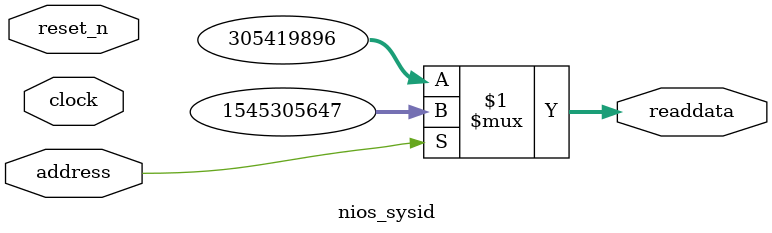
<source format=v>



// synthesis translate_off
`timescale 1ns / 1ps
// synthesis translate_on

// turn off superfluous verilog processor warnings 
// altera message_level Level1 
// altera message_off 10034 10035 10036 10037 10230 10240 10030 

module nios_sysid (
               // inputs:
                address,
                clock,
                reset_n,

               // outputs:
                readdata
             )
;

  output  [ 31: 0] readdata;
  input            address;
  input            clock;
  input            reset_n;

  wire    [ 31: 0] readdata;
  //control_slave, which is an e_avalon_slave
  assign readdata = address ? 1545305647 : 305419896;

endmodule



</source>
